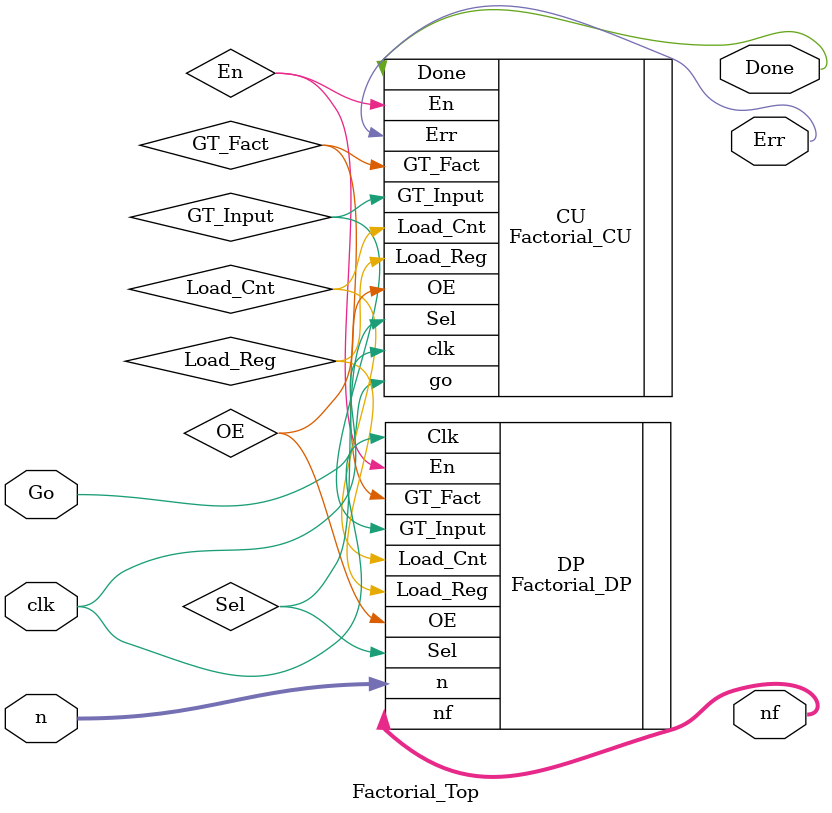
<source format=v>
`timescale 1ns / 1ps


module Factorial_Top(
    input Go, clk,
    input [3:0] n,
    output Done, Err,
    output [3:0] nf
    );
    
    wire Sel, Load_Reg, Load_Cnt, OE, En;
    wire GT_Fact, GT_Input;
    
    
    Factorial_DP DP (
        .Clk(clk),
        .En(En),
        .n(n),
        .Sel(Sel),
        .Load_Reg(Load_Reg),
        .Load_Cnt(Load_Cnt),
        .OE(OE),
        .GT_Fact(GT_Fact),
        .GT_Input(GT_Input),
        .nf(nf)
    );
    
    Factorial_CU CU (
        .En(En),
        .go(Go),
        .clk(clk),
        .Sel(Sel),
        .Load_Reg(Load_Reg),
        .Load_Cnt(Load_Cnt),
        .OE(OE),
        .GT_Fact(GT_Fact),
        .GT_Input(GT_Input),
        .Done(Done),
        .Err(Err)
    );
endmodule

</source>
